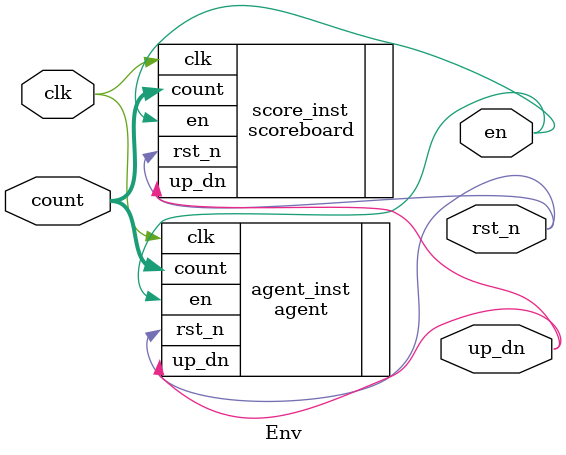
<source format=sv>
module Env #(parameter N=8) (
input clk,
input [N-1:0] count,
output rst_n, en, up_dn
);

//agent
agent #(N) agent_inst  (
.clk(clk),
.count(count),
.rst_n(rst_n),
.en(en),
.up_dn(up_dn)
);

//scoreboard
scoreboard #(N) score_inst (
.clk(clk),
.rst_n(rst_n),
.en(en),
.up_dn(up_dn),
.count(count)
);

endmodule


</source>
